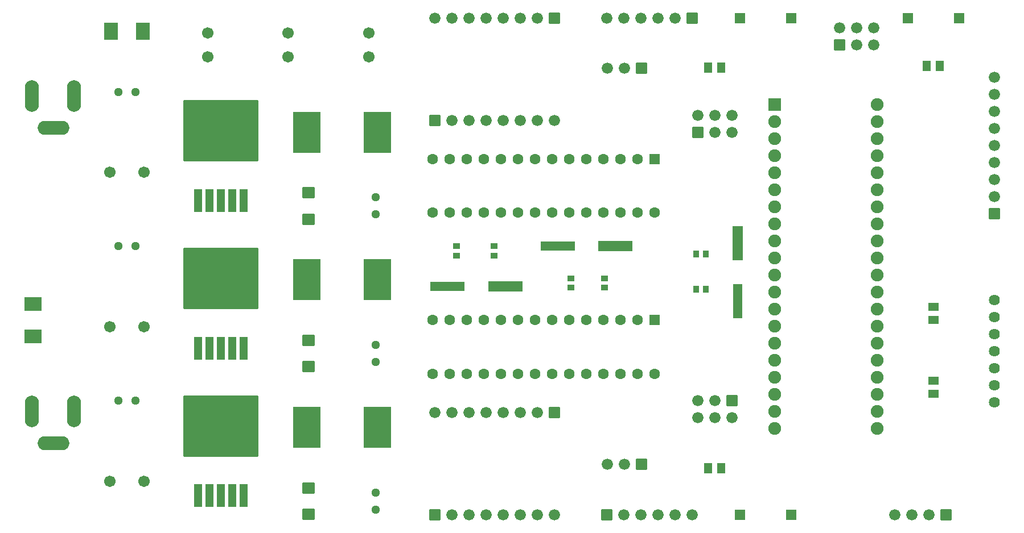
<source format=gts>
G04 Layer: TopSolderMaskLayer*
G04 EasyEDA v6.5.22, 2022-12-10 21:12:04*
G04 e12cfe8ce6ad4c4799b389a6830ee86a,10*
G04 Gerber Generator version 0.2*
G04 Scale: 100 percent, Rotated: No, Reflected: No *
G04 Dimensions in millimeters *
G04 leading zeros omitted , absolute positions ,4 integer and 5 decimal *
%FSLAX45Y45*%
%MOMM*%

%AMMACRO1*1,1,$1,$2,$3*1,1,$1,$4,$5*1,1,$1,0-$2,0-$3*1,1,$1,0-$4,0-$5*20,1,$1,$2,$3,$4,$5,0*20,1,$1,$4,$5,0-$2,0-$3,0*20,1,$1,0-$2,0-$3,0-$4,0-$5,0*20,1,$1,0-$4,0-$5,$2,$3,0*4,1,4,$2,$3,$4,$5,0-$2,0-$3,0-$4,0-$5,$2,$3,0*%
%ADD10O,2.101596X4.701590799999999*%
%ADD11O,4.701590799999999X2.101596*%
%ADD12MACRO1,0.1016X1.2X1X1.2X-1*%
%ADD13MACRO1,0.1016X0.7874X-0.7874X-0.7874X-0.7874*%
%ADD14C,1.6764*%
%ADD15C,1.7016*%
%ADD16C,1.2954*%
%ADD17MACRO1,0.1016X1X-1.2X-1X-1.2*%
%ADD18MACRO1,0.1016X-0.85X-0.8X-0.85X0.8*%
%ADD19MACRO1,0.1016X-0.7874X0.7874X0.7874X0.7874*%
%ADD20MACRO1,0.1016X-0.7X-0.75X-0.7X0.75*%
%ADD21MACRO1,0.1016X-2X3X2X3*%
%ADD22MACRO1,0.1016X5.5X4.5X5.5X-4.5*%
%ADD23MACRO1,0.1016X0.51X1.6793X-0.51X1.6793*%
%ADD24C,1.6256*%
%ADD25MACRO1,0.1016X-0.7874X-0.7874X-0.7874X0.7874*%
%ADD26MACRO1,0.1016X-0.45X-0.4X-0.45X0.4*%
%ADD27MACRO1,0.1016X0.45X0.4X0.45X-0.4*%
%ADD28MACRO1,0.1016X-0.4X0.45X0.4X0.45*%
%ADD29C,1.9016*%
%ADD30MACRO1,0.1016X0.9X0.9X0.9X-0.9*%
%ADD31MACRO1,0.1016X0.75X0.75X0.75X-0.75*%
%ADD32C,1.6016*%
%ADD33MACRO1,0.1016X-2.5X0.75X2.5X0.75*%
%ADD34MACRO1,0.1016X-2.5X0.65X2.5X0.65*%
%ADD35MACRO1,0.1016X-0.75X-2.5X-0.75X2.5*%
%ADD36MACRO1,0.1016X-0.65X-2.5X-0.65X2.5*%
%ADD37MACRO1,0.1016X0.7X0.75X0.7X-0.75*%
%ADD38MACRO1,0.1016X-0.5663X-0.6885X-0.5663X0.6885*%
%ADD39MACRO1,0.1016X0.5663X-0.6885X0.5663X0.6885*%
%ADD40MACRO1,0.1016X0.5663X0.6885X0.5663X-0.6885*%
%ADD41MACRO1,0.1016X-0.5663X0.6885X-0.5663X-0.6885*%
%ADD42MACRO1,0.1016X0.6885X-0.5663X-0.6885X-0.5663*%
%ADD43MACRO1,0.1016X0.6885X0.5663X-0.6885X0.5663*%
%ADD44C,0.0142*%

%LPD*%
D10*
G01*
X1009980Y6534962D03*
G01*
X390017Y6534988D03*
D11*
G01*
X710006Y6064961D03*
D10*
G01*
X1009980Y1834972D03*
G01*
X390017Y1834997D03*
D11*
G01*
X710006Y1364970D03*
D12*
G01*
X399991Y2959997D03*
G01*
X399991Y3439981D03*
D13*
G01*
X13980972Y299999D03*
D14*
G01*
X13726972Y299999D03*
G01*
X13472972Y299999D03*
G01*
X13218972Y299999D03*
D15*
G01*
X2053996Y5399989D03*
G01*
X1545996Y5399989D03*
G01*
X1545996Y3099993D03*
G01*
X2053996Y3099993D03*
G01*
X1545996Y799998D03*
G01*
X2053996Y799998D03*
D16*
G01*
X1672996Y6599986D03*
G01*
X1926996Y6599986D03*
G01*
X5499988Y4772990D03*
G01*
X5499988Y5026990D03*
G01*
X1926996Y4299991D03*
G01*
X1672996Y4299991D03*
G01*
X5499988Y2572994D03*
G01*
X5499988Y2826994D03*
G01*
X1926996Y1999995D03*
G01*
X1672996Y1999995D03*
G01*
X5499988Y372998D03*
G01*
X5499988Y626998D03*
D15*
G01*
X2999993Y7474991D03*
G01*
X2999993Y7124979D03*
G01*
X4199991Y7474991D03*
G01*
X4199991Y7124979D03*
G01*
X5399989Y7474991D03*
G01*
X5399989Y7124979D03*
D17*
G01*
X1560000Y7499992D03*
G01*
X2039984Y7499992D03*
D18*
G01*
X4499990Y4703991D03*
G01*
X4499990Y5095989D03*
G01*
X4499990Y2503995D03*
G01*
X4499990Y2895993D03*
G01*
X4499990Y303999D03*
G01*
X4499990Y695998D03*
D14*
G01*
X8937980Y7699984D03*
G01*
X9191980Y7699984D03*
G01*
X9445980Y7699984D03*
G01*
X9699980Y7699984D03*
G01*
X9953980Y7699984D03*
D13*
G01*
X10207980Y7699984D03*
D14*
G01*
X10207980Y299999D03*
G01*
X9953980Y299999D03*
G01*
X9699980Y299999D03*
G01*
X9445980Y299999D03*
G01*
X9191980Y299999D03*
D19*
G01*
X8937980Y299999D03*
G01*
X6383985Y299999D03*
D14*
G01*
X6637985Y299999D03*
G01*
X6891985Y299999D03*
G01*
X7145985Y299999D03*
G01*
X7399985Y299999D03*
G01*
X7653985Y299999D03*
G01*
X7907985Y299999D03*
G01*
X8161985Y299999D03*
D13*
G01*
X8161985Y1823996D03*
D14*
G01*
X7907985Y1823999D03*
G01*
X7653985Y1823999D03*
G01*
X7399985Y1823999D03*
G01*
X7145985Y1823999D03*
G01*
X6891985Y1823999D03*
G01*
X6637985Y1823999D03*
G01*
X6383985Y1823999D03*
D13*
G01*
X8161985Y7699984D03*
D14*
G01*
X7907985Y7699984D03*
G01*
X7653985Y7699984D03*
G01*
X7399985Y7699984D03*
G01*
X7145985Y7699984D03*
G01*
X6891985Y7699984D03*
G01*
X6637985Y7699984D03*
G01*
X6383985Y7699984D03*
D19*
G01*
X6383985Y6175987D03*
D14*
G01*
X6637985Y6175984D03*
G01*
X6891985Y6175984D03*
G01*
X7145985Y6175984D03*
G01*
X7399985Y6175984D03*
G01*
X7653985Y6175984D03*
G01*
X7907985Y6175984D03*
G01*
X8161985Y6175984D03*
D20*
G01*
X10919985Y7699983D03*
G01*
X11679971Y7699983D03*
G01*
X13419980Y7699980D03*
G01*
X14179966Y7699980D03*
D21*
G01*
X4474991Y5999988D03*
G01*
X5524988Y5999988D03*
G01*
X4474991Y3799992D03*
G01*
X5524988Y3799992D03*
G01*
X4474991Y1599996D03*
G01*
X5524988Y1599996D03*
D22*
G01*
X3199993Y6018326D03*
D23*
G01*
X3539994Y4981661D03*
G01*
X3369993Y4981661D03*
G01*
X3199993Y4981661D03*
G01*
X3029993Y4981661D03*
G01*
X2859993Y4981661D03*
D22*
G01*
X3199993Y3818331D03*
D23*
G01*
X3539994Y2781665D03*
G01*
X3369993Y2781665D03*
G01*
X3199993Y2781665D03*
G01*
X3029993Y2781665D03*
G01*
X2859993Y2781665D03*
D22*
G01*
X3199993Y1618335D03*
D23*
G01*
X3539994Y581670D03*
G01*
X3369993Y581670D03*
G01*
X3199993Y581670D03*
G01*
X3029993Y581670D03*
G01*
X2859993Y581670D03*
D14*
G01*
X10799978Y6253962D03*
G01*
X10799978Y5999962D03*
G01*
X10545978Y6253962D03*
G01*
X10545978Y5999962D03*
G01*
X10291978Y6253962D03*
D19*
G01*
X10291978Y5999988D03*
D14*
G01*
X10291978Y1745995D03*
G01*
X10291978Y1999995D03*
G01*
X10545978Y1745995D03*
G01*
X10545978Y1999995D03*
G01*
X10799978Y1745995D03*
D13*
G01*
X10799978Y1999996D03*
D14*
G01*
X12908000Y7553985D03*
G01*
X12908000Y7299985D03*
G01*
X12654000Y7553985D03*
G01*
X12654000Y7299985D03*
G01*
X12400000Y7553985D03*
D19*
G01*
X12399975Y7299985D03*
D24*
G01*
X14699970Y3499993D03*
G01*
X14699970Y3245993D03*
G01*
X14699970Y2991993D03*
G01*
X14699970Y2737993D03*
G01*
X14699970Y2483993D03*
G01*
X14699970Y2229993D03*
G01*
X14699970Y1975993D03*
D14*
G01*
X14699970Y6815988D03*
G01*
X14699970Y6561988D03*
G01*
X14699970Y6307988D03*
G01*
X14699970Y6053988D03*
G01*
X14699970Y5799988D03*
G01*
X14699970Y5545988D03*
G01*
X14699970Y5291988D03*
G01*
X14699970Y5037988D03*
D25*
G01*
X14699970Y4783988D03*
D26*
G01*
X8902700Y3822852D03*
G01*
X8902700Y3682852D03*
G01*
X8407400Y3822849D03*
G01*
X8407400Y3682850D03*
D27*
G01*
X7264400Y4159100D03*
G01*
X7264400Y4299099D03*
G01*
X6705600Y4159100D03*
G01*
X6705600Y4299099D03*
D28*
G01*
X10407799Y4182999D03*
G01*
X10267800Y4182999D03*
G01*
X10407799Y3657600D03*
G01*
X10267800Y3657600D03*
D14*
G01*
X8945981Y6949973D03*
G01*
X9199981Y6949973D03*
D13*
G01*
X9453981Y6949986D03*
D14*
G01*
X8945981Y1050010D03*
G01*
X9199981Y1050010D03*
D13*
G01*
X9453984Y1049997D03*
D29*
G01*
X11437975Y1840992D03*
G01*
X11437975Y2348992D03*
G01*
X11437975Y2094992D03*
G01*
X11437975Y3364992D03*
G01*
X11437975Y4380992D03*
G01*
X11437975Y4634992D03*
G01*
X11437975Y4888992D03*
G01*
X11437975Y5142992D03*
G01*
X11437975Y5396992D03*
G01*
X11437975Y5650992D03*
G01*
X11437975Y5904992D03*
G01*
X11437975Y6158992D03*
D30*
G01*
X11437975Y6412992D03*
D29*
G01*
X11437975Y4126992D03*
G01*
X11437975Y3618992D03*
G01*
X11437975Y3872992D03*
G01*
X11437975Y3110992D03*
G01*
X11437975Y2602992D03*
G01*
X11437975Y2856992D03*
G01*
X11437975Y1586992D03*
G01*
X12961975Y6158992D03*
G01*
X12961975Y6412992D03*
G01*
X12961975Y5904992D03*
G01*
X12961975Y5650992D03*
G01*
X12961975Y2602992D03*
G01*
X12961975Y2856992D03*
G01*
X12961975Y3110992D03*
G01*
X12961975Y3364992D03*
G01*
X12961975Y2348992D03*
G01*
X12961975Y2094992D03*
G01*
X12961975Y1840992D03*
G01*
X12961975Y1586992D03*
G01*
X12961975Y4380992D03*
G01*
X12961975Y4126992D03*
G01*
X12961975Y3872992D03*
G01*
X12961975Y3618992D03*
G01*
X12961975Y4634992D03*
G01*
X12961975Y4888992D03*
G01*
X12961975Y5142992D03*
G01*
X12961975Y5396992D03*
D31*
G01*
X9650984Y5599988D03*
D32*
G01*
X9396984Y5599988D03*
G01*
X9142984Y5599988D03*
G01*
X8888984Y5599988D03*
G01*
X8634984Y5599988D03*
G01*
X8380984Y5599988D03*
G01*
X8126984Y5599988D03*
G01*
X7872984Y5599988D03*
G01*
X7618984Y5599988D03*
G01*
X7364984Y5599988D03*
G01*
X7110984Y5599988D03*
G01*
X6856984Y5599988D03*
G01*
X6602984Y5599988D03*
G01*
X6348984Y5599988D03*
G01*
X9650984Y4799990D03*
G01*
X9396984Y4799990D03*
G01*
X9142984Y4799990D03*
G01*
X8888984Y4799990D03*
G01*
X8634984Y4799990D03*
G01*
X8380984Y4799990D03*
G01*
X8126984Y4799990D03*
G01*
X7872984Y4799990D03*
G01*
X7618984Y4799990D03*
G01*
X7364984Y4799990D03*
G01*
X7110984Y4799990D03*
G01*
X6856984Y4799990D03*
G01*
X6602984Y4799990D03*
G01*
X6348984Y4799990D03*
D31*
G01*
X9650984Y3199993D03*
D32*
G01*
X9396984Y3199993D03*
G01*
X9142984Y3199993D03*
G01*
X8888984Y3199993D03*
G01*
X8634984Y3199993D03*
G01*
X8380984Y3199993D03*
G01*
X8126984Y3199993D03*
G01*
X7872984Y3199993D03*
G01*
X7618984Y3199993D03*
G01*
X7364984Y3199993D03*
G01*
X7110984Y3199993D03*
G01*
X6856984Y3199993D03*
G01*
X6602984Y3199993D03*
G01*
X6348984Y3199993D03*
G01*
X9650984Y2399995D03*
G01*
X9396984Y2399995D03*
G01*
X9142984Y2399995D03*
G01*
X8888984Y2399995D03*
G01*
X8634984Y2399995D03*
G01*
X8380984Y2399995D03*
G01*
X8126984Y2399995D03*
G01*
X7872984Y2399995D03*
G01*
X7618984Y2399995D03*
G01*
X7364984Y2399995D03*
G01*
X7110984Y2399995D03*
G01*
X6856984Y2399995D03*
G01*
X6602984Y2399995D03*
G01*
X6348984Y2399995D03*
D33*
G01*
X9066000Y4299991D03*
D34*
G01*
X8205999Y4299990D03*
D33*
G01*
X7429986Y3699992D03*
D34*
G01*
X6569985Y3699991D03*
D35*
G01*
X10883900Y4341600D03*
D36*
G01*
X10883901Y3481599D03*
D37*
G01*
X11679969Y300000D03*
G01*
X10919983Y300000D03*
D38*
G01*
X10641004Y6959600D03*
D39*
G01*
X10440995Y6959600D03*
D40*
G01*
X10440995Y990600D03*
D41*
G01*
X10641004Y990600D03*
D38*
G01*
X13892204Y6985000D03*
D39*
G01*
X13692195Y6985000D03*
D42*
G01*
X13799972Y3399998D03*
D43*
G01*
X13799972Y3199988D03*
D42*
G01*
X13799977Y2300000D03*
D43*
G01*
X13799977Y2099990D03*
M02*

</source>
